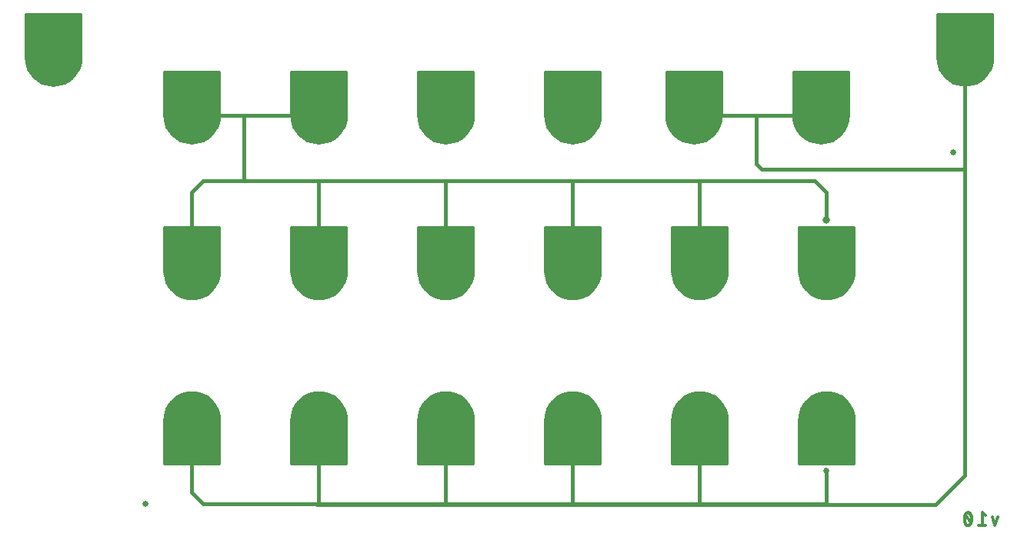
<source format=gbl>
G75*
%MOIN*%
%OFA0B0*%
%FSLAX25Y25*%
%IPPOS*%
%LPD*%
%AMOC8*
5,1,8,0,0,1.08239X$1,22.5*
%
%ADD10C,0.01400*%
%ADD11C,0.20000*%
%ADD12C,0.01000*%
%ADD13C,0.02500*%
%ADD14C,0.01600*%
%ADD15C,0.03200*%
%ADD16C,0.02700*%
D10*
X0446202Y0030228D02*
X0446258Y0030346D01*
X0446310Y0030466D01*
X0446359Y0030587D01*
X0446405Y0030710D01*
X0446446Y0030834D01*
X0446485Y0030959D01*
X0446520Y0031085D01*
X0446551Y0031212D01*
X0446578Y0031340D01*
X0446602Y0031469D01*
X0446623Y0031598D01*
X0446639Y0031728D01*
X0446652Y0031858D01*
X0446662Y0031988D01*
X0446667Y0032119D01*
X0446669Y0032250D01*
X0443557Y0032250D02*
X0443559Y0032381D01*
X0443564Y0032512D01*
X0443574Y0032642D01*
X0443587Y0032772D01*
X0443603Y0032902D01*
X0443624Y0033031D01*
X0443648Y0033160D01*
X0443675Y0033288D01*
X0443706Y0033415D01*
X0443741Y0033541D01*
X0443780Y0033666D01*
X0443821Y0033790D01*
X0443867Y0033913D01*
X0443916Y0034034D01*
X0443968Y0034154D01*
X0444024Y0034272D01*
X0443868Y0033806D02*
X0446357Y0030694D01*
X0445113Y0029450D02*
X0445048Y0029452D01*
X0444983Y0029457D01*
X0444919Y0029466D01*
X0444856Y0029479D01*
X0444793Y0029495D01*
X0444731Y0029515D01*
X0444670Y0029538D01*
X0444611Y0029565D01*
X0444554Y0029595D01*
X0444498Y0029628D01*
X0444444Y0029664D01*
X0444392Y0029704D01*
X0444343Y0029746D01*
X0444296Y0029790D01*
X0444251Y0029838D01*
X0444210Y0029887D01*
X0444171Y0029940D01*
X0444135Y0029994D01*
X0444103Y0030050D01*
X0444073Y0030108D01*
X0444047Y0030167D01*
X0444024Y0030228D01*
X0445113Y0029450D02*
X0445178Y0029452D01*
X0445243Y0029457D01*
X0445307Y0029466D01*
X0445370Y0029479D01*
X0445433Y0029495D01*
X0445495Y0029515D01*
X0445556Y0029538D01*
X0445615Y0029565D01*
X0445672Y0029595D01*
X0445728Y0029628D01*
X0445782Y0029664D01*
X0445834Y0029704D01*
X0445883Y0029746D01*
X0445930Y0029790D01*
X0445975Y0029838D01*
X0446016Y0029887D01*
X0446055Y0029940D01*
X0446091Y0029994D01*
X0446123Y0030050D01*
X0446153Y0030108D01*
X0446179Y0030167D01*
X0446202Y0030228D01*
X0444024Y0030228D02*
X0443968Y0030346D01*
X0443916Y0030466D01*
X0443867Y0030587D01*
X0443821Y0030710D01*
X0443780Y0030834D01*
X0443741Y0030959D01*
X0443706Y0031085D01*
X0443675Y0031212D01*
X0443648Y0031340D01*
X0443624Y0031469D01*
X0443603Y0031598D01*
X0443587Y0031728D01*
X0443574Y0031858D01*
X0443564Y0031988D01*
X0443559Y0032119D01*
X0443557Y0032250D01*
X0446669Y0032250D02*
X0446667Y0032381D01*
X0446662Y0032512D01*
X0446652Y0032642D01*
X0446639Y0032772D01*
X0446623Y0032902D01*
X0446602Y0033031D01*
X0446578Y0033160D01*
X0446551Y0033288D01*
X0446520Y0033415D01*
X0446485Y0033541D01*
X0446446Y0033666D01*
X0446405Y0033790D01*
X0446359Y0033913D01*
X0446310Y0034034D01*
X0446258Y0034154D01*
X0446202Y0034272D01*
X0445113Y0035050D02*
X0445048Y0035048D01*
X0444983Y0035043D01*
X0444919Y0035034D01*
X0444856Y0035021D01*
X0444793Y0035005D01*
X0444731Y0034985D01*
X0444670Y0034962D01*
X0444611Y0034935D01*
X0444554Y0034905D01*
X0444498Y0034872D01*
X0444444Y0034836D01*
X0444392Y0034796D01*
X0444343Y0034754D01*
X0444296Y0034710D01*
X0444251Y0034662D01*
X0444210Y0034613D01*
X0444171Y0034560D01*
X0444135Y0034506D01*
X0444103Y0034450D01*
X0444073Y0034392D01*
X0444047Y0034333D01*
X0444024Y0034272D01*
X0445113Y0035050D02*
X0445178Y0035048D01*
X0445243Y0035043D01*
X0445307Y0035034D01*
X0445370Y0035021D01*
X0445433Y0035005D01*
X0445495Y0034985D01*
X0445556Y0034961D01*
X0445615Y0034935D01*
X0445672Y0034905D01*
X0445728Y0034872D01*
X0445782Y0034836D01*
X0445834Y0034796D01*
X0445883Y0034754D01*
X0445930Y0034710D01*
X0445975Y0034662D01*
X0446016Y0034613D01*
X0446055Y0034560D01*
X0446091Y0034506D01*
X0446123Y0034450D01*
X0446153Y0034392D01*
X0446179Y0034333D01*
X0446202Y0034272D01*
X0451267Y0035050D02*
X0451267Y0029450D01*
X0452823Y0029450D02*
X0449711Y0029450D01*
X0452823Y0033806D02*
X0451267Y0035050D01*
X0455561Y0033183D02*
X0456806Y0029450D01*
X0458050Y0033183D01*
D11*
X0383750Y0075250D03*
X0328750Y0075250D03*
X0273750Y0075250D03*
X0218750Y0075250D03*
X0163750Y0075250D03*
X0108750Y0075250D03*
X0108750Y0139750D03*
X0163750Y0139750D03*
X0218750Y0139750D03*
X0273750Y0139750D03*
X0328750Y0139750D03*
X0383750Y0139750D03*
X0381250Y0207250D03*
X0326250Y0207250D03*
X0273750Y0207250D03*
X0218750Y0207250D03*
X0163750Y0207250D03*
X0108750Y0207250D03*
X0048750Y0232250D03*
X0443750Y0232250D03*
D12*
X0431807Y0231448D02*
X0455693Y0231448D01*
X0455750Y0232250D02*
X0455628Y0230542D01*
X0455264Y0228869D01*
X0454666Y0227265D01*
X0453845Y0225762D01*
X0452819Y0224392D01*
X0451608Y0223181D01*
X0450238Y0222155D01*
X0448735Y0221334D01*
X0447131Y0220736D01*
X0445458Y0220372D01*
X0443750Y0220250D01*
X0442042Y0220372D01*
X0440369Y0220736D01*
X0438765Y0221334D01*
X0437262Y0222155D01*
X0435892Y0223181D01*
X0434681Y0224392D01*
X0433655Y0225762D01*
X0432834Y0227265D01*
X0432236Y0228869D01*
X0431872Y0230542D01*
X0431750Y0232250D01*
X0431750Y0251250D01*
X0455750Y0251250D01*
X0455750Y0232250D01*
X0455750Y0232446D02*
X0431750Y0232446D01*
X0431750Y0233445D02*
X0455750Y0233445D01*
X0455750Y0234443D02*
X0431750Y0234443D01*
X0431750Y0235442D02*
X0455750Y0235442D01*
X0455750Y0236440D02*
X0431750Y0236440D01*
X0431750Y0237439D02*
X0455750Y0237439D01*
X0455750Y0238437D02*
X0431750Y0238437D01*
X0431750Y0239436D02*
X0455750Y0239436D01*
X0455750Y0240434D02*
X0431750Y0240434D01*
X0431750Y0241433D02*
X0455750Y0241433D01*
X0455750Y0242431D02*
X0431750Y0242431D01*
X0431750Y0243430D02*
X0455750Y0243430D01*
X0455750Y0244428D02*
X0431750Y0244428D01*
X0431750Y0245427D02*
X0455750Y0245427D01*
X0455750Y0246425D02*
X0431750Y0246425D01*
X0431750Y0247424D02*
X0455750Y0247424D01*
X0455750Y0248422D02*
X0431750Y0248422D01*
X0431750Y0249421D02*
X0455750Y0249421D01*
X0455750Y0250420D02*
X0431750Y0250420D01*
X0431892Y0230449D02*
X0455608Y0230449D01*
X0455390Y0229451D02*
X0432110Y0229451D01*
X0432392Y0228452D02*
X0455108Y0228452D01*
X0454736Y0227454D02*
X0432764Y0227454D01*
X0433277Y0226455D02*
X0454223Y0226455D01*
X0453616Y0225457D02*
X0433884Y0225457D01*
X0434631Y0224458D02*
X0452869Y0224458D01*
X0451887Y0223460D02*
X0435613Y0223460D01*
X0436853Y0222461D02*
X0450647Y0222461D01*
X0448970Y0221463D02*
X0438530Y0221463D01*
X0441619Y0220464D02*
X0445881Y0220464D01*
X0393250Y0220464D02*
X0369250Y0220464D01*
X0369250Y0219466D02*
X0393250Y0219466D01*
X0393250Y0218467D02*
X0369250Y0218467D01*
X0369250Y0217469D02*
X0393250Y0217469D01*
X0393250Y0216470D02*
X0369250Y0216470D01*
X0369250Y0215472D02*
X0393250Y0215472D01*
X0393250Y0214473D02*
X0369250Y0214473D01*
X0369250Y0213475D02*
X0393250Y0213475D01*
X0393250Y0212476D02*
X0369250Y0212476D01*
X0369250Y0211478D02*
X0393250Y0211478D01*
X0393250Y0210479D02*
X0369250Y0210479D01*
X0369250Y0209481D02*
X0393250Y0209481D01*
X0393250Y0208482D02*
X0369250Y0208482D01*
X0369250Y0207484D02*
X0393250Y0207484D01*
X0393250Y0207250D02*
X0393250Y0226250D01*
X0369250Y0226250D01*
X0369250Y0207250D01*
X0369372Y0205542D01*
X0369736Y0203869D01*
X0370334Y0202265D01*
X0371155Y0200762D01*
X0372181Y0199392D01*
X0373392Y0198181D01*
X0374762Y0197155D01*
X0376265Y0196334D01*
X0377869Y0195736D01*
X0379542Y0195372D01*
X0381250Y0195250D01*
X0382958Y0195372D01*
X0384631Y0195736D01*
X0386235Y0196334D01*
X0387738Y0197155D01*
X0389108Y0198181D01*
X0390319Y0199392D01*
X0391345Y0200762D01*
X0392166Y0202265D01*
X0392764Y0203869D01*
X0393128Y0205542D01*
X0393250Y0207250D01*
X0393195Y0206485D02*
X0369305Y0206485D01*
X0369384Y0205487D02*
X0393116Y0205487D01*
X0392899Y0204488D02*
X0369601Y0204488D01*
X0369878Y0203489D02*
X0392622Y0203489D01*
X0392250Y0202491D02*
X0370250Y0202491D01*
X0370756Y0201492D02*
X0391744Y0201492D01*
X0391144Y0200494D02*
X0371356Y0200494D01*
X0372103Y0199495D02*
X0390397Y0199495D01*
X0389424Y0198497D02*
X0373076Y0198497D01*
X0374304Y0197498D02*
X0388196Y0197498D01*
X0386538Y0196500D02*
X0375962Y0196500D01*
X0378948Y0195501D02*
X0383552Y0195501D01*
X0393250Y0221463D02*
X0369250Y0221463D01*
X0369250Y0222461D02*
X0393250Y0222461D01*
X0393250Y0223460D02*
X0369250Y0223460D01*
X0369250Y0224458D02*
X0393250Y0224458D01*
X0393250Y0225457D02*
X0369250Y0225457D01*
X0338250Y0225457D02*
X0314250Y0225457D01*
X0314250Y0226250D02*
X0314250Y0207250D01*
X0314372Y0205542D01*
X0314736Y0203869D01*
X0315334Y0202265D01*
X0316155Y0200762D01*
X0317181Y0199392D01*
X0318392Y0198181D01*
X0319762Y0197155D01*
X0321265Y0196334D01*
X0322869Y0195736D01*
X0324542Y0195372D01*
X0326250Y0195250D01*
X0327958Y0195372D01*
X0329631Y0195736D01*
X0331235Y0196334D01*
X0332738Y0197155D01*
X0334108Y0198181D01*
X0335319Y0199392D01*
X0336345Y0200762D01*
X0337166Y0202265D01*
X0337764Y0203869D01*
X0338128Y0205542D01*
X0338250Y0207250D01*
X0338250Y0226250D01*
X0314250Y0226250D01*
X0314250Y0224458D02*
X0338250Y0224458D01*
X0338250Y0223460D02*
X0314250Y0223460D01*
X0314250Y0222461D02*
X0338250Y0222461D01*
X0338250Y0221463D02*
X0314250Y0221463D01*
X0314250Y0220464D02*
X0338250Y0220464D01*
X0338250Y0219466D02*
X0314250Y0219466D01*
X0314250Y0218467D02*
X0338250Y0218467D01*
X0338250Y0217469D02*
X0314250Y0217469D01*
X0314250Y0216470D02*
X0338250Y0216470D01*
X0338250Y0215472D02*
X0314250Y0215472D01*
X0314250Y0214473D02*
X0338250Y0214473D01*
X0338250Y0213475D02*
X0314250Y0213475D01*
X0314250Y0212476D02*
X0338250Y0212476D01*
X0338250Y0211478D02*
X0314250Y0211478D01*
X0314250Y0210479D02*
X0338250Y0210479D01*
X0338250Y0209481D02*
X0314250Y0209481D01*
X0314250Y0208482D02*
X0338250Y0208482D01*
X0338250Y0207484D02*
X0314250Y0207484D01*
X0314305Y0206485D02*
X0338195Y0206485D01*
X0338116Y0205487D02*
X0314384Y0205487D01*
X0314601Y0204488D02*
X0337899Y0204488D01*
X0337622Y0203489D02*
X0314878Y0203489D01*
X0315250Y0202491D02*
X0337250Y0202491D01*
X0336744Y0201492D02*
X0315756Y0201492D01*
X0316356Y0200494D02*
X0336144Y0200494D01*
X0335397Y0199495D02*
X0317103Y0199495D01*
X0318076Y0198497D02*
X0334424Y0198497D01*
X0333196Y0197498D02*
X0319304Y0197498D01*
X0320962Y0196500D02*
X0331538Y0196500D01*
X0328552Y0195501D02*
X0323948Y0195501D01*
X0285264Y0203869D02*
X0284666Y0202265D01*
X0283845Y0200762D01*
X0282819Y0199392D01*
X0281608Y0198181D01*
X0280238Y0197155D01*
X0278735Y0196334D01*
X0277131Y0195736D01*
X0275458Y0195372D01*
X0273750Y0195250D01*
X0272042Y0195372D01*
X0270369Y0195736D01*
X0268765Y0196334D01*
X0267262Y0197155D01*
X0265892Y0198181D01*
X0264681Y0199392D01*
X0263655Y0200762D01*
X0262834Y0202265D01*
X0262236Y0203869D01*
X0261872Y0205542D01*
X0261750Y0207250D01*
X0261750Y0226250D01*
X0285750Y0226250D01*
X0285750Y0207250D01*
X0285628Y0205542D01*
X0285264Y0203869D01*
X0285122Y0203489D02*
X0262378Y0203489D01*
X0262101Y0204488D02*
X0285399Y0204488D01*
X0285616Y0205487D02*
X0261884Y0205487D01*
X0261805Y0206485D02*
X0285695Y0206485D01*
X0285750Y0207484D02*
X0261750Y0207484D01*
X0261750Y0208482D02*
X0285750Y0208482D01*
X0285750Y0209481D02*
X0261750Y0209481D01*
X0261750Y0210479D02*
X0285750Y0210479D01*
X0285750Y0211478D02*
X0261750Y0211478D01*
X0261750Y0212476D02*
X0285750Y0212476D01*
X0285750Y0213475D02*
X0261750Y0213475D01*
X0261750Y0214473D02*
X0285750Y0214473D01*
X0285750Y0215472D02*
X0261750Y0215472D01*
X0261750Y0216470D02*
X0285750Y0216470D01*
X0285750Y0217469D02*
X0261750Y0217469D01*
X0261750Y0218467D02*
X0285750Y0218467D01*
X0285750Y0219466D02*
X0261750Y0219466D01*
X0261750Y0220464D02*
X0285750Y0220464D01*
X0285750Y0221463D02*
X0261750Y0221463D01*
X0261750Y0222461D02*
X0285750Y0222461D01*
X0285750Y0223460D02*
X0261750Y0223460D01*
X0261750Y0224458D02*
X0285750Y0224458D01*
X0285750Y0225457D02*
X0261750Y0225457D01*
X0230750Y0225457D02*
X0206750Y0225457D01*
X0206750Y0226250D02*
X0206750Y0207250D01*
X0206872Y0205542D01*
X0207236Y0203869D01*
X0207834Y0202265D01*
X0208655Y0200762D01*
X0209681Y0199392D01*
X0210892Y0198181D01*
X0212262Y0197155D01*
X0213765Y0196334D01*
X0215369Y0195736D01*
X0217042Y0195372D01*
X0218750Y0195250D01*
X0220458Y0195372D01*
X0222131Y0195736D01*
X0223735Y0196334D01*
X0225238Y0197155D01*
X0226608Y0198181D01*
X0227819Y0199392D01*
X0228845Y0200762D01*
X0229666Y0202265D01*
X0230264Y0203869D01*
X0230628Y0205542D01*
X0230750Y0207250D01*
X0230750Y0226250D01*
X0206750Y0226250D01*
X0206750Y0224458D02*
X0230750Y0224458D01*
X0230750Y0223460D02*
X0206750Y0223460D01*
X0206750Y0222461D02*
X0230750Y0222461D01*
X0230750Y0221463D02*
X0206750Y0221463D01*
X0206750Y0220464D02*
X0230750Y0220464D01*
X0230750Y0219466D02*
X0206750Y0219466D01*
X0206750Y0218467D02*
X0230750Y0218467D01*
X0230750Y0217469D02*
X0206750Y0217469D01*
X0206750Y0216470D02*
X0230750Y0216470D01*
X0230750Y0215472D02*
X0206750Y0215472D01*
X0206750Y0214473D02*
X0230750Y0214473D01*
X0230750Y0213475D02*
X0206750Y0213475D01*
X0206750Y0212476D02*
X0230750Y0212476D01*
X0230750Y0211478D02*
X0206750Y0211478D01*
X0206750Y0210479D02*
X0230750Y0210479D01*
X0230750Y0209481D02*
X0206750Y0209481D01*
X0206750Y0208482D02*
X0230750Y0208482D01*
X0230750Y0207484D02*
X0206750Y0207484D01*
X0206805Y0206485D02*
X0230695Y0206485D01*
X0230616Y0205487D02*
X0206884Y0205487D01*
X0207101Y0204488D02*
X0230399Y0204488D01*
X0230122Y0203489D02*
X0207378Y0203489D01*
X0207750Y0202491D02*
X0229750Y0202491D01*
X0229244Y0201492D02*
X0208256Y0201492D01*
X0208856Y0200494D02*
X0228644Y0200494D01*
X0227897Y0199495D02*
X0209603Y0199495D01*
X0210576Y0198497D02*
X0226924Y0198497D01*
X0225696Y0197498D02*
X0211804Y0197498D01*
X0213462Y0196500D02*
X0224038Y0196500D01*
X0221052Y0195501D02*
X0216448Y0195501D01*
X0175628Y0205542D02*
X0175750Y0207250D01*
X0175750Y0226250D01*
X0151750Y0226250D01*
X0151750Y0207250D01*
X0151872Y0205542D01*
X0152236Y0203869D01*
X0152834Y0202265D01*
X0153655Y0200762D01*
X0154681Y0199392D01*
X0155892Y0198181D01*
X0157262Y0197155D01*
X0158765Y0196334D01*
X0160369Y0195736D01*
X0162042Y0195372D01*
X0163750Y0195250D01*
X0165458Y0195372D01*
X0167131Y0195736D01*
X0168735Y0196334D01*
X0170238Y0197155D01*
X0171608Y0198181D01*
X0172819Y0199392D01*
X0173845Y0200762D01*
X0174666Y0202265D01*
X0175264Y0203869D01*
X0175628Y0205542D01*
X0175616Y0205487D02*
X0151884Y0205487D01*
X0151805Y0206485D02*
X0175695Y0206485D01*
X0175750Y0207484D02*
X0151750Y0207484D01*
X0151750Y0208482D02*
X0175750Y0208482D01*
X0175750Y0209481D02*
X0151750Y0209481D01*
X0151750Y0210479D02*
X0175750Y0210479D01*
X0175750Y0211478D02*
X0151750Y0211478D01*
X0151750Y0212476D02*
X0175750Y0212476D01*
X0175750Y0213475D02*
X0151750Y0213475D01*
X0151750Y0214473D02*
X0175750Y0214473D01*
X0175750Y0215472D02*
X0151750Y0215472D01*
X0151750Y0216470D02*
X0175750Y0216470D01*
X0175750Y0217469D02*
X0151750Y0217469D01*
X0151750Y0218467D02*
X0175750Y0218467D01*
X0175750Y0219466D02*
X0151750Y0219466D01*
X0151750Y0220464D02*
X0175750Y0220464D01*
X0175750Y0221463D02*
X0151750Y0221463D01*
X0151750Y0222461D02*
X0175750Y0222461D01*
X0175750Y0223460D02*
X0151750Y0223460D01*
X0151750Y0224458D02*
X0175750Y0224458D01*
X0175750Y0225457D02*
X0151750Y0225457D01*
X0120750Y0225457D02*
X0096750Y0225457D01*
X0096750Y0226250D02*
X0096750Y0207250D01*
X0096872Y0205542D01*
X0097236Y0203869D01*
X0097834Y0202265D01*
X0098655Y0200762D01*
X0099681Y0199392D01*
X0100892Y0198181D01*
X0102262Y0197155D01*
X0103765Y0196334D01*
X0105369Y0195736D01*
X0107042Y0195372D01*
X0108750Y0195250D01*
X0110458Y0195372D01*
X0112131Y0195736D01*
X0113735Y0196334D01*
X0115238Y0197155D01*
X0116608Y0198181D01*
X0117819Y0199392D01*
X0118845Y0200762D01*
X0119666Y0202265D01*
X0120264Y0203869D01*
X0120628Y0205542D01*
X0120750Y0207250D01*
X0120750Y0226250D01*
X0096750Y0226250D01*
X0096750Y0224458D02*
X0120750Y0224458D01*
X0120750Y0223460D02*
X0096750Y0223460D01*
X0096750Y0222461D02*
X0120750Y0222461D01*
X0120750Y0221463D02*
X0096750Y0221463D01*
X0096750Y0220464D02*
X0120750Y0220464D01*
X0120750Y0219466D02*
X0096750Y0219466D01*
X0096750Y0218467D02*
X0120750Y0218467D01*
X0120750Y0217469D02*
X0096750Y0217469D01*
X0096750Y0216470D02*
X0120750Y0216470D01*
X0120750Y0215472D02*
X0096750Y0215472D01*
X0096750Y0214473D02*
X0120750Y0214473D01*
X0120750Y0213475D02*
X0096750Y0213475D01*
X0096750Y0212476D02*
X0120750Y0212476D01*
X0120750Y0211478D02*
X0096750Y0211478D01*
X0096750Y0210479D02*
X0120750Y0210479D01*
X0120750Y0209481D02*
X0096750Y0209481D01*
X0096750Y0208482D02*
X0120750Y0208482D01*
X0120750Y0207484D02*
X0096750Y0207484D01*
X0096805Y0206485D02*
X0120695Y0206485D01*
X0120616Y0205487D02*
X0096884Y0205487D01*
X0097101Y0204488D02*
X0120399Y0204488D01*
X0120122Y0203489D02*
X0097378Y0203489D01*
X0097750Y0202491D02*
X0119750Y0202491D01*
X0119244Y0201492D02*
X0098256Y0201492D01*
X0098856Y0200494D02*
X0118644Y0200494D01*
X0117897Y0199495D02*
X0099603Y0199495D01*
X0100576Y0198497D02*
X0116924Y0198497D01*
X0115696Y0197498D02*
X0101804Y0197498D01*
X0103462Y0196500D02*
X0114038Y0196500D01*
X0111052Y0195501D02*
X0106448Y0195501D01*
X0152101Y0204488D02*
X0175399Y0204488D01*
X0175122Y0203489D02*
X0152378Y0203489D01*
X0152750Y0202491D02*
X0174750Y0202491D01*
X0174244Y0201492D02*
X0153256Y0201492D01*
X0153856Y0200494D02*
X0173644Y0200494D01*
X0172897Y0199495D02*
X0154603Y0199495D01*
X0155576Y0198497D02*
X0171924Y0198497D01*
X0170696Y0197498D02*
X0156804Y0197498D01*
X0158462Y0196500D02*
X0169038Y0196500D01*
X0166052Y0195501D02*
X0161448Y0195501D01*
X0151750Y0158750D02*
X0151750Y0139750D01*
X0151872Y0138042D01*
X0152236Y0136369D01*
X0152834Y0134765D01*
X0153655Y0133262D01*
X0154681Y0131892D01*
X0155892Y0130681D01*
X0157262Y0129655D01*
X0158765Y0128834D01*
X0160369Y0128236D01*
X0162042Y0127872D01*
X0163750Y0127750D01*
X0165458Y0127872D01*
X0167131Y0128236D01*
X0168735Y0128834D01*
X0170238Y0129655D01*
X0171608Y0130681D01*
X0172819Y0131892D01*
X0173845Y0133262D01*
X0174666Y0134765D01*
X0175264Y0136369D01*
X0175628Y0138042D01*
X0175750Y0139750D01*
X0175750Y0158750D01*
X0151750Y0158750D01*
X0151750Y0158556D02*
X0175750Y0158556D01*
X0175750Y0157558D02*
X0151750Y0157558D01*
X0151750Y0156559D02*
X0175750Y0156559D01*
X0175750Y0155561D02*
X0151750Y0155561D01*
X0151750Y0154562D02*
X0175750Y0154562D01*
X0175750Y0153564D02*
X0151750Y0153564D01*
X0151750Y0152565D02*
X0175750Y0152565D01*
X0175750Y0151567D02*
X0151750Y0151567D01*
X0151750Y0150568D02*
X0175750Y0150568D01*
X0175750Y0149570D02*
X0151750Y0149570D01*
X0151750Y0148571D02*
X0175750Y0148571D01*
X0175750Y0147573D02*
X0151750Y0147573D01*
X0151750Y0146574D02*
X0175750Y0146574D01*
X0175750Y0145576D02*
X0151750Y0145576D01*
X0151750Y0144577D02*
X0175750Y0144577D01*
X0175750Y0143579D02*
X0151750Y0143579D01*
X0151750Y0142580D02*
X0175750Y0142580D01*
X0175750Y0141582D02*
X0151750Y0141582D01*
X0151750Y0140583D02*
X0175750Y0140583D01*
X0175738Y0139585D02*
X0151762Y0139585D01*
X0151833Y0138586D02*
X0175667Y0138586D01*
X0175529Y0137588D02*
X0151971Y0137588D01*
X0152188Y0136589D02*
X0175312Y0136589D01*
X0174974Y0135591D02*
X0152526Y0135591D01*
X0152929Y0134592D02*
X0174571Y0134592D01*
X0174026Y0133594D02*
X0153474Y0133594D01*
X0154154Y0132595D02*
X0173346Y0132595D01*
X0172524Y0131597D02*
X0154976Y0131597D01*
X0156002Y0130598D02*
X0171498Y0130598D01*
X0170136Y0129600D02*
X0157364Y0129600D01*
X0159390Y0128601D02*
X0168110Y0128601D01*
X0207188Y0136589D02*
X0230312Y0136589D01*
X0230264Y0136369D02*
X0230628Y0138042D01*
X0230750Y0139750D01*
X0230750Y0158750D01*
X0206750Y0158750D01*
X0206750Y0139750D01*
X0206872Y0138042D01*
X0207236Y0136369D01*
X0207834Y0134765D01*
X0208655Y0133262D01*
X0209681Y0131892D01*
X0210892Y0130681D01*
X0212262Y0129655D01*
X0213765Y0128834D01*
X0215369Y0128236D01*
X0217042Y0127872D01*
X0218750Y0127750D01*
X0220458Y0127872D01*
X0222131Y0128236D01*
X0223735Y0128834D01*
X0225238Y0129655D01*
X0226608Y0130681D01*
X0227819Y0131892D01*
X0228845Y0133262D01*
X0229666Y0134765D01*
X0230264Y0136369D01*
X0229974Y0135591D02*
X0207526Y0135591D01*
X0207929Y0134592D02*
X0229571Y0134592D01*
X0229026Y0133594D02*
X0208474Y0133594D01*
X0209154Y0132595D02*
X0228346Y0132595D01*
X0227524Y0131597D02*
X0209976Y0131597D01*
X0211002Y0130598D02*
X0226498Y0130598D01*
X0225136Y0129600D02*
X0212364Y0129600D01*
X0214390Y0128601D02*
X0223110Y0128601D01*
X0230529Y0137588D02*
X0206971Y0137588D01*
X0206833Y0138586D02*
X0230667Y0138586D01*
X0230738Y0139585D02*
X0206762Y0139585D01*
X0206750Y0140583D02*
X0230750Y0140583D01*
X0230750Y0141582D02*
X0206750Y0141582D01*
X0206750Y0142580D02*
X0230750Y0142580D01*
X0230750Y0143579D02*
X0206750Y0143579D01*
X0206750Y0144577D02*
X0230750Y0144577D01*
X0230750Y0145576D02*
X0206750Y0145576D01*
X0206750Y0146574D02*
X0230750Y0146574D01*
X0230750Y0147573D02*
X0206750Y0147573D01*
X0206750Y0148571D02*
X0230750Y0148571D01*
X0230750Y0149570D02*
X0206750Y0149570D01*
X0206750Y0150568D02*
X0230750Y0150568D01*
X0230750Y0151567D02*
X0206750Y0151567D01*
X0206750Y0152565D02*
X0230750Y0152565D01*
X0230750Y0153564D02*
X0206750Y0153564D01*
X0206750Y0154562D02*
X0230750Y0154562D01*
X0230750Y0155561D02*
X0206750Y0155561D01*
X0206750Y0156559D02*
X0230750Y0156559D01*
X0230750Y0157558D02*
X0206750Y0157558D01*
X0206750Y0158556D02*
X0230750Y0158556D01*
X0261750Y0158556D02*
X0285750Y0158556D01*
X0285750Y0158750D02*
X0261750Y0158750D01*
X0261750Y0139750D01*
X0261872Y0138042D01*
X0262236Y0136369D01*
X0262834Y0134765D01*
X0263655Y0133262D01*
X0264681Y0131892D01*
X0265892Y0130681D01*
X0267262Y0129655D01*
X0268765Y0128834D01*
X0270369Y0128236D01*
X0272042Y0127872D01*
X0273750Y0127750D01*
X0275458Y0127872D01*
X0277131Y0128236D01*
X0278735Y0128834D01*
X0280238Y0129655D01*
X0281608Y0130681D01*
X0282819Y0131892D01*
X0283845Y0133262D01*
X0284666Y0134765D01*
X0285264Y0136369D01*
X0285628Y0138042D01*
X0285750Y0139750D01*
X0285750Y0158750D01*
X0285750Y0157558D02*
X0261750Y0157558D01*
X0261750Y0156559D02*
X0285750Y0156559D01*
X0285750Y0155561D02*
X0261750Y0155561D01*
X0261750Y0154562D02*
X0285750Y0154562D01*
X0285750Y0153564D02*
X0261750Y0153564D01*
X0261750Y0152565D02*
X0285750Y0152565D01*
X0285750Y0151567D02*
X0261750Y0151567D01*
X0261750Y0150568D02*
X0285750Y0150568D01*
X0285750Y0149570D02*
X0261750Y0149570D01*
X0261750Y0148571D02*
X0285750Y0148571D01*
X0285750Y0147573D02*
X0261750Y0147573D01*
X0261750Y0146574D02*
X0285750Y0146574D01*
X0285750Y0145576D02*
X0261750Y0145576D01*
X0261750Y0144577D02*
X0285750Y0144577D01*
X0285750Y0143579D02*
X0261750Y0143579D01*
X0261750Y0142580D02*
X0285750Y0142580D01*
X0285750Y0141582D02*
X0261750Y0141582D01*
X0261750Y0140583D02*
X0285750Y0140583D01*
X0285738Y0139585D02*
X0261762Y0139585D01*
X0261833Y0138586D02*
X0285667Y0138586D01*
X0285529Y0137588D02*
X0261971Y0137588D01*
X0262188Y0136589D02*
X0285312Y0136589D01*
X0284974Y0135591D02*
X0262526Y0135591D01*
X0262929Y0134592D02*
X0284571Y0134592D01*
X0284026Y0133594D02*
X0263474Y0133594D01*
X0264154Y0132595D02*
X0283346Y0132595D01*
X0282524Y0131597D02*
X0264976Y0131597D01*
X0266002Y0130598D02*
X0281498Y0130598D01*
X0280136Y0129600D02*
X0267364Y0129600D01*
X0269390Y0128601D02*
X0278110Y0128601D01*
X0317188Y0136589D02*
X0340312Y0136589D01*
X0340264Y0136369D02*
X0340628Y0138042D01*
X0340750Y0139750D01*
X0340750Y0158750D01*
X0316750Y0158750D01*
X0316750Y0139750D01*
X0316872Y0138042D01*
X0317236Y0136369D01*
X0317834Y0134765D01*
X0318655Y0133262D01*
X0319681Y0131892D01*
X0320892Y0130681D01*
X0322262Y0129655D01*
X0323765Y0128834D01*
X0325369Y0128236D01*
X0327042Y0127872D01*
X0328750Y0127750D01*
X0330458Y0127872D01*
X0332131Y0128236D01*
X0333735Y0128834D01*
X0335238Y0129655D01*
X0336608Y0130681D01*
X0337819Y0131892D01*
X0338845Y0133262D01*
X0339666Y0134765D01*
X0340264Y0136369D01*
X0339974Y0135591D02*
X0317526Y0135591D01*
X0317929Y0134592D02*
X0339571Y0134592D01*
X0339026Y0133594D02*
X0318474Y0133594D01*
X0319154Y0132595D02*
X0338346Y0132595D01*
X0337524Y0131597D02*
X0319976Y0131597D01*
X0321002Y0130598D02*
X0336498Y0130598D01*
X0335136Y0129600D02*
X0322364Y0129600D01*
X0324390Y0128601D02*
X0333110Y0128601D01*
X0340529Y0137588D02*
X0316971Y0137588D01*
X0316833Y0138586D02*
X0340667Y0138586D01*
X0340738Y0139585D02*
X0316762Y0139585D01*
X0316750Y0140583D02*
X0340750Y0140583D01*
X0340750Y0141582D02*
X0316750Y0141582D01*
X0316750Y0142580D02*
X0340750Y0142580D01*
X0340750Y0143579D02*
X0316750Y0143579D01*
X0316750Y0144577D02*
X0340750Y0144577D01*
X0340750Y0145576D02*
X0316750Y0145576D01*
X0316750Y0146574D02*
X0340750Y0146574D01*
X0340750Y0147573D02*
X0316750Y0147573D01*
X0316750Y0148571D02*
X0340750Y0148571D01*
X0340750Y0149570D02*
X0316750Y0149570D01*
X0316750Y0150568D02*
X0340750Y0150568D01*
X0340750Y0151567D02*
X0316750Y0151567D01*
X0316750Y0152565D02*
X0340750Y0152565D01*
X0340750Y0153564D02*
X0316750Y0153564D01*
X0316750Y0154562D02*
X0340750Y0154562D01*
X0340750Y0155561D02*
X0316750Y0155561D01*
X0316750Y0156559D02*
X0340750Y0156559D01*
X0340750Y0157558D02*
X0316750Y0157558D01*
X0316750Y0158556D02*
X0340750Y0158556D01*
X0371750Y0158556D02*
X0395750Y0158556D01*
X0395750Y0158750D02*
X0371750Y0158750D01*
X0371750Y0139750D01*
X0371872Y0138042D01*
X0372236Y0136369D01*
X0372834Y0134765D01*
X0373655Y0133262D01*
X0374681Y0131892D01*
X0375892Y0130681D01*
X0377262Y0129655D01*
X0378765Y0128834D01*
X0380369Y0128236D01*
X0382042Y0127872D01*
X0383750Y0127750D01*
X0385458Y0127872D01*
X0387131Y0128236D01*
X0388735Y0128834D01*
X0390238Y0129655D01*
X0391608Y0130681D01*
X0392819Y0131892D01*
X0393845Y0133262D01*
X0394666Y0134765D01*
X0395264Y0136369D01*
X0395628Y0138042D01*
X0395750Y0139750D01*
X0395750Y0158750D01*
X0395750Y0157558D02*
X0371750Y0157558D01*
X0371750Y0156559D02*
X0395750Y0156559D01*
X0395750Y0155561D02*
X0371750Y0155561D01*
X0371750Y0154562D02*
X0395750Y0154562D01*
X0395750Y0153564D02*
X0371750Y0153564D01*
X0371750Y0152565D02*
X0395750Y0152565D01*
X0395750Y0151567D02*
X0371750Y0151567D01*
X0371750Y0150568D02*
X0395750Y0150568D01*
X0395750Y0149570D02*
X0371750Y0149570D01*
X0371750Y0148571D02*
X0395750Y0148571D01*
X0395750Y0147573D02*
X0371750Y0147573D01*
X0371750Y0146574D02*
X0395750Y0146574D01*
X0395750Y0145576D02*
X0371750Y0145576D01*
X0371750Y0144577D02*
X0395750Y0144577D01*
X0395750Y0143579D02*
X0371750Y0143579D01*
X0371750Y0142580D02*
X0395750Y0142580D01*
X0395750Y0141582D02*
X0371750Y0141582D01*
X0371750Y0140583D02*
X0395750Y0140583D01*
X0395738Y0139585D02*
X0371762Y0139585D01*
X0371833Y0138586D02*
X0395667Y0138586D01*
X0395529Y0137588D02*
X0371971Y0137588D01*
X0372188Y0136589D02*
X0395312Y0136589D01*
X0394974Y0135591D02*
X0372526Y0135591D01*
X0372929Y0134592D02*
X0394571Y0134592D01*
X0394026Y0133594D02*
X0373474Y0133594D01*
X0374154Y0132595D02*
X0393346Y0132595D01*
X0392524Y0131597D02*
X0374976Y0131597D01*
X0376002Y0130598D02*
X0391498Y0130598D01*
X0390136Y0129600D02*
X0377364Y0129600D01*
X0379390Y0128601D02*
X0388110Y0128601D01*
X0385458Y0087128D02*
X0383750Y0087250D01*
X0382042Y0087128D01*
X0380369Y0086764D01*
X0378765Y0086166D01*
X0377262Y0085345D01*
X0375892Y0084319D01*
X0374681Y0083108D01*
X0373655Y0081738D01*
X0372834Y0080235D01*
X0372236Y0078631D01*
X0371872Y0076958D01*
X0371750Y0075250D01*
X0371750Y0056250D01*
X0395750Y0056250D01*
X0395750Y0075250D01*
X0395628Y0076958D01*
X0395264Y0078631D01*
X0394666Y0080235D01*
X0393845Y0081738D01*
X0392819Y0083108D01*
X0391608Y0084319D01*
X0390238Y0085345D01*
X0388735Y0086166D01*
X0387131Y0086764D01*
X0385458Y0087128D01*
X0387400Y0086664D02*
X0380100Y0086664D01*
X0377849Y0085665D02*
X0389651Y0085665D01*
X0391144Y0084667D02*
X0376356Y0084667D01*
X0375241Y0083668D02*
X0392259Y0083668D01*
X0393147Y0082670D02*
X0374353Y0082670D01*
X0373619Y0081671D02*
X0393881Y0081671D01*
X0394427Y0080673D02*
X0373073Y0080673D01*
X0372625Y0079674D02*
X0394875Y0079674D01*
X0395247Y0078676D02*
X0372253Y0078676D01*
X0372029Y0077677D02*
X0395471Y0077677D01*
X0395648Y0076679D02*
X0371852Y0076679D01*
X0371781Y0075680D02*
X0395719Y0075680D01*
X0395750Y0074682D02*
X0371750Y0074682D01*
X0371750Y0073683D02*
X0395750Y0073683D01*
X0395750Y0072684D02*
X0371750Y0072684D01*
X0371750Y0071686D02*
X0395750Y0071686D01*
X0395750Y0070687D02*
X0371750Y0070687D01*
X0371750Y0069689D02*
X0395750Y0069689D01*
X0395750Y0068690D02*
X0371750Y0068690D01*
X0371750Y0067692D02*
X0395750Y0067692D01*
X0395750Y0066693D02*
X0371750Y0066693D01*
X0371750Y0065695D02*
X0395750Y0065695D01*
X0395750Y0064696D02*
X0371750Y0064696D01*
X0371750Y0063698D02*
X0395750Y0063698D01*
X0395750Y0062699D02*
X0371750Y0062699D01*
X0371750Y0061701D02*
X0395750Y0061701D01*
X0395750Y0060702D02*
X0371750Y0060702D01*
X0371750Y0059704D02*
X0395750Y0059704D01*
X0395750Y0058705D02*
X0371750Y0058705D01*
X0371750Y0057707D02*
X0395750Y0057707D01*
X0395750Y0056708D02*
X0371750Y0056708D01*
X0340750Y0056708D02*
X0316750Y0056708D01*
X0316750Y0056250D02*
X0340750Y0056250D01*
X0340750Y0075250D01*
X0340628Y0076958D01*
X0340264Y0078631D01*
X0339666Y0080235D01*
X0338845Y0081738D01*
X0337819Y0083108D01*
X0336608Y0084319D01*
X0335238Y0085345D01*
X0333735Y0086166D01*
X0332131Y0086764D01*
X0330458Y0087128D01*
X0328750Y0087250D01*
X0327042Y0087128D01*
X0325369Y0086764D01*
X0323765Y0086166D01*
X0322262Y0085345D01*
X0320892Y0084319D01*
X0319681Y0083108D01*
X0318655Y0081738D01*
X0317834Y0080235D01*
X0317236Y0078631D01*
X0316872Y0076958D01*
X0316750Y0075250D01*
X0316750Y0056250D01*
X0316750Y0057707D02*
X0340750Y0057707D01*
X0340750Y0058705D02*
X0316750Y0058705D01*
X0316750Y0059704D02*
X0340750Y0059704D01*
X0340750Y0060702D02*
X0316750Y0060702D01*
X0316750Y0061701D02*
X0340750Y0061701D01*
X0340750Y0062699D02*
X0316750Y0062699D01*
X0316750Y0063698D02*
X0340750Y0063698D01*
X0340750Y0064696D02*
X0316750Y0064696D01*
X0316750Y0065695D02*
X0340750Y0065695D01*
X0340750Y0066693D02*
X0316750Y0066693D01*
X0316750Y0067692D02*
X0340750Y0067692D01*
X0340750Y0068690D02*
X0316750Y0068690D01*
X0316750Y0069689D02*
X0340750Y0069689D01*
X0340750Y0070687D02*
X0316750Y0070687D01*
X0316750Y0071686D02*
X0340750Y0071686D01*
X0340750Y0072684D02*
X0316750Y0072684D01*
X0316750Y0073683D02*
X0340750Y0073683D01*
X0340750Y0074682D02*
X0316750Y0074682D01*
X0316781Y0075680D02*
X0340719Y0075680D01*
X0340648Y0076679D02*
X0316852Y0076679D01*
X0317029Y0077677D02*
X0340471Y0077677D01*
X0340247Y0078676D02*
X0317253Y0078676D01*
X0317625Y0079674D02*
X0339875Y0079674D01*
X0339427Y0080673D02*
X0318073Y0080673D01*
X0318619Y0081671D02*
X0338881Y0081671D01*
X0338147Y0082670D02*
X0319353Y0082670D01*
X0320241Y0083668D02*
X0337259Y0083668D01*
X0336144Y0084667D02*
X0321356Y0084667D01*
X0322849Y0085665D02*
X0334651Y0085665D01*
X0332400Y0086664D02*
X0325100Y0086664D01*
X0285471Y0077677D02*
X0262029Y0077677D01*
X0261872Y0076958D02*
X0262236Y0078631D01*
X0262834Y0080235D01*
X0263655Y0081738D01*
X0264681Y0083108D01*
X0265892Y0084319D01*
X0267262Y0085345D01*
X0268765Y0086166D01*
X0270369Y0086764D01*
X0272042Y0087128D01*
X0273750Y0087250D01*
X0275458Y0087128D01*
X0277131Y0086764D01*
X0278735Y0086166D01*
X0280238Y0085345D01*
X0281608Y0084319D01*
X0282819Y0083108D01*
X0283845Y0081738D01*
X0284666Y0080235D01*
X0285264Y0078631D01*
X0285628Y0076958D01*
X0285750Y0075250D01*
X0285750Y0056250D01*
X0261750Y0056250D01*
X0261750Y0075250D01*
X0261872Y0076958D01*
X0261852Y0076679D02*
X0285648Y0076679D01*
X0285719Y0075680D02*
X0261781Y0075680D01*
X0261750Y0074682D02*
X0285750Y0074682D01*
X0285750Y0073683D02*
X0261750Y0073683D01*
X0261750Y0072684D02*
X0285750Y0072684D01*
X0285750Y0071686D02*
X0261750Y0071686D01*
X0261750Y0070687D02*
X0285750Y0070687D01*
X0285750Y0069689D02*
X0261750Y0069689D01*
X0261750Y0068690D02*
X0285750Y0068690D01*
X0285750Y0067692D02*
X0261750Y0067692D01*
X0261750Y0066693D02*
X0285750Y0066693D01*
X0285750Y0065695D02*
X0261750Y0065695D01*
X0261750Y0064696D02*
X0285750Y0064696D01*
X0285750Y0063698D02*
X0261750Y0063698D01*
X0261750Y0062699D02*
X0285750Y0062699D01*
X0285750Y0061701D02*
X0261750Y0061701D01*
X0261750Y0060702D02*
X0285750Y0060702D01*
X0285750Y0059704D02*
X0261750Y0059704D01*
X0261750Y0058705D02*
X0285750Y0058705D01*
X0285750Y0057707D02*
X0261750Y0057707D01*
X0261750Y0056708D02*
X0285750Y0056708D01*
X0285247Y0078676D02*
X0262253Y0078676D01*
X0262625Y0079674D02*
X0284875Y0079674D01*
X0284427Y0080673D02*
X0263073Y0080673D01*
X0263619Y0081671D02*
X0283881Y0081671D01*
X0283147Y0082670D02*
X0264353Y0082670D01*
X0265241Y0083668D02*
X0282259Y0083668D01*
X0281144Y0084667D02*
X0266356Y0084667D01*
X0267849Y0085665D02*
X0279651Y0085665D01*
X0277400Y0086664D02*
X0270100Y0086664D01*
X0230471Y0077677D02*
X0207029Y0077677D01*
X0206872Y0076958D02*
X0207236Y0078631D01*
X0207834Y0080235D01*
X0208655Y0081738D01*
X0209681Y0083108D01*
X0210892Y0084319D01*
X0212262Y0085345D01*
X0213765Y0086166D01*
X0215369Y0086764D01*
X0217042Y0087128D01*
X0218750Y0087250D01*
X0220458Y0087128D01*
X0222131Y0086764D01*
X0223735Y0086166D01*
X0225238Y0085345D01*
X0226608Y0084319D01*
X0227819Y0083108D01*
X0228845Y0081738D01*
X0229666Y0080235D01*
X0230264Y0078631D01*
X0230628Y0076958D01*
X0230750Y0075250D01*
X0230750Y0056250D01*
X0206750Y0056250D01*
X0206750Y0075250D01*
X0206872Y0076958D01*
X0206852Y0076679D02*
X0230648Y0076679D01*
X0230719Y0075680D02*
X0206781Y0075680D01*
X0206750Y0074682D02*
X0230750Y0074682D01*
X0230750Y0073683D02*
X0206750Y0073683D01*
X0206750Y0072684D02*
X0230750Y0072684D01*
X0230750Y0071686D02*
X0206750Y0071686D01*
X0206750Y0070687D02*
X0230750Y0070687D01*
X0230750Y0069689D02*
X0206750Y0069689D01*
X0206750Y0068690D02*
X0230750Y0068690D01*
X0230750Y0067692D02*
X0206750Y0067692D01*
X0206750Y0066693D02*
X0230750Y0066693D01*
X0230750Y0065695D02*
X0206750Y0065695D01*
X0206750Y0064696D02*
X0230750Y0064696D01*
X0230750Y0063698D02*
X0206750Y0063698D01*
X0206750Y0062699D02*
X0230750Y0062699D01*
X0230750Y0061701D02*
X0206750Y0061701D01*
X0206750Y0060702D02*
X0230750Y0060702D01*
X0230750Y0059704D02*
X0206750Y0059704D01*
X0206750Y0058705D02*
X0230750Y0058705D01*
X0230750Y0057707D02*
X0206750Y0057707D01*
X0206750Y0056708D02*
X0230750Y0056708D01*
X0230247Y0078676D02*
X0207253Y0078676D01*
X0207625Y0079674D02*
X0229875Y0079674D01*
X0229427Y0080673D02*
X0208073Y0080673D01*
X0208619Y0081671D02*
X0228881Y0081671D01*
X0228147Y0082670D02*
X0209353Y0082670D01*
X0210241Y0083668D02*
X0227259Y0083668D01*
X0226144Y0084667D02*
X0211356Y0084667D01*
X0212849Y0085665D02*
X0224651Y0085665D01*
X0222400Y0086664D02*
X0215100Y0086664D01*
X0175628Y0076958D02*
X0175750Y0075250D01*
X0175750Y0056250D01*
X0151750Y0056250D01*
X0151750Y0075250D01*
X0151872Y0076958D01*
X0152236Y0078631D01*
X0152834Y0080235D01*
X0153655Y0081738D01*
X0154681Y0083108D01*
X0155892Y0084319D01*
X0157262Y0085345D01*
X0158765Y0086166D01*
X0160369Y0086764D01*
X0162042Y0087128D01*
X0163750Y0087250D01*
X0165458Y0087128D01*
X0167131Y0086764D01*
X0168735Y0086166D01*
X0170238Y0085345D01*
X0171608Y0084319D01*
X0172819Y0083108D01*
X0173845Y0081738D01*
X0174666Y0080235D01*
X0175264Y0078631D01*
X0175628Y0076958D01*
X0175648Y0076679D02*
X0151852Y0076679D01*
X0151781Y0075680D02*
X0175719Y0075680D01*
X0175750Y0074682D02*
X0151750Y0074682D01*
X0151750Y0073683D02*
X0175750Y0073683D01*
X0175750Y0072684D02*
X0151750Y0072684D01*
X0151750Y0071686D02*
X0175750Y0071686D01*
X0175750Y0070687D02*
X0151750Y0070687D01*
X0151750Y0069689D02*
X0175750Y0069689D01*
X0175750Y0068690D02*
X0151750Y0068690D01*
X0151750Y0067692D02*
X0175750Y0067692D01*
X0175750Y0066693D02*
X0151750Y0066693D01*
X0151750Y0065695D02*
X0175750Y0065695D01*
X0175750Y0064696D02*
X0151750Y0064696D01*
X0151750Y0063698D02*
X0175750Y0063698D01*
X0175750Y0062699D02*
X0151750Y0062699D01*
X0151750Y0061701D02*
X0175750Y0061701D01*
X0175750Y0060702D02*
X0151750Y0060702D01*
X0151750Y0059704D02*
X0175750Y0059704D01*
X0175750Y0058705D02*
X0151750Y0058705D01*
X0151750Y0057707D02*
X0175750Y0057707D01*
X0175750Y0056708D02*
X0151750Y0056708D01*
X0120750Y0056708D02*
X0096750Y0056708D01*
X0096750Y0056250D02*
X0120750Y0056250D01*
X0120750Y0075250D01*
X0120628Y0076958D01*
X0120264Y0078631D01*
X0119666Y0080235D01*
X0118845Y0081738D01*
X0117819Y0083108D01*
X0116608Y0084319D01*
X0115238Y0085345D01*
X0113735Y0086166D01*
X0112131Y0086764D01*
X0110458Y0087128D01*
X0108750Y0087250D01*
X0107042Y0087128D01*
X0105369Y0086764D01*
X0103765Y0086166D01*
X0102262Y0085345D01*
X0100892Y0084319D01*
X0099681Y0083108D01*
X0098655Y0081738D01*
X0097834Y0080235D01*
X0097236Y0078631D01*
X0096872Y0076958D01*
X0096750Y0075250D01*
X0096750Y0056250D01*
X0096750Y0057707D02*
X0120750Y0057707D01*
X0120750Y0058705D02*
X0096750Y0058705D01*
X0096750Y0059704D02*
X0120750Y0059704D01*
X0120750Y0060702D02*
X0096750Y0060702D01*
X0096750Y0061701D02*
X0120750Y0061701D01*
X0120750Y0062699D02*
X0096750Y0062699D01*
X0096750Y0063698D02*
X0120750Y0063698D01*
X0120750Y0064696D02*
X0096750Y0064696D01*
X0096750Y0065695D02*
X0120750Y0065695D01*
X0120750Y0066693D02*
X0096750Y0066693D01*
X0096750Y0067692D02*
X0120750Y0067692D01*
X0120750Y0068690D02*
X0096750Y0068690D01*
X0096750Y0069689D02*
X0120750Y0069689D01*
X0120750Y0070687D02*
X0096750Y0070687D01*
X0096750Y0071686D02*
X0120750Y0071686D01*
X0120750Y0072684D02*
X0096750Y0072684D01*
X0096750Y0073683D02*
X0120750Y0073683D01*
X0120750Y0074682D02*
X0096750Y0074682D01*
X0096781Y0075680D02*
X0120719Y0075680D01*
X0120648Y0076679D02*
X0096852Y0076679D01*
X0097029Y0077677D02*
X0120471Y0077677D01*
X0120247Y0078676D02*
X0097253Y0078676D01*
X0097625Y0079674D02*
X0119875Y0079674D01*
X0119427Y0080673D02*
X0098073Y0080673D01*
X0098619Y0081671D02*
X0118881Y0081671D01*
X0118147Y0082670D02*
X0099353Y0082670D01*
X0100241Y0083668D02*
X0117259Y0083668D01*
X0116144Y0084667D02*
X0101356Y0084667D01*
X0102849Y0085665D02*
X0114651Y0085665D01*
X0112400Y0086664D02*
X0105100Y0086664D01*
X0152029Y0077677D02*
X0175471Y0077677D01*
X0175247Y0078676D02*
X0152253Y0078676D01*
X0152625Y0079674D02*
X0174875Y0079674D01*
X0174427Y0080673D02*
X0153073Y0080673D01*
X0153619Y0081671D02*
X0173881Y0081671D01*
X0173147Y0082670D02*
X0154353Y0082670D01*
X0155241Y0083668D02*
X0172259Y0083668D01*
X0171144Y0084667D02*
X0156356Y0084667D01*
X0157849Y0085665D02*
X0169651Y0085665D01*
X0167400Y0086664D02*
X0160100Y0086664D01*
X0115238Y0129655D02*
X0113735Y0128834D01*
X0112131Y0128236D01*
X0110458Y0127872D01*
X0108750Y0127750D01*
X0107042Y0127872D01*
X0105369Y0128236D01*
X0103765Y0128834D01*
X0102262Y0129655D01*
X0100892Y0130681D01*
X0099681Y0131892D01*
X0098655Y0133262D01*
X0097834Y0134765D01*
X0097236Y0136369D01*
X0096872Y0138042D01*
X0096750Y0139750D01*
X0096750Y0158750D01*
X0120750Y0158750D01*
X0120750Y0139750D01*
X0120628Y0138042D01*
X0120264Y0136369D01*
X0119666Y0134765D01*
X0118845Y0133262D01*
X0117819Y0131892D01*
X0116608Y0130681D01*
X0115238Y0129655D01*
X0115136Y0129600D02*
X0102364Y0129600D01*
X0101002Y0130598D02*
X0116498Y0130598D01*
X0117524Y0131597D02*
X0099976Y0131597D01*
X0099154Y0132595D02*
X0118346Y0132595D01*
X0119026Y0133594D02*
X0098474Y0133594D01*
X0097929Y0134592D02*
X0119571Y0134592D01*
X0119974Y0135591D02*
X0097526Y0135591D01*
X0097188Y0136589D02*
X0120312Y0136589D01*
X0120529Y0137588D02*
X0096971Y0137588D01*
X0096833Y0138586D02*
X0120667Y0138586D01*
X0120738Y0139585D02*
X0096762Y0139585D01*
X0096750Y0140583D02*
X0120750Y0140583D01*
X0120750Y0141582D02*
X0096750Y0141582D01*
X0096750Y0142580D02*
X0120750Y0142580D01*
X0120750Y0143579D02*
X0096750Y0143579D01*
X0096750Y0144577D02*
X0120750Y0144577D01*
X0120750Y0145576D02*
X0096750Y0145576D01*
X0096750Y0146574D02*
X0120750Y0146574D01*
X0120750Y0147573D02*
X0096750Y0147573D01*
X0096750Y0148571D02*
X0120750Y0148571D01*
X0120750Y0149570D02*
X0096750Y0149570D01*
X0096750Y0150568D02*
X0120750Y0150568D01*
X0120750Y0151567D02*
X0096750Y0151567D01*
X0096750Y0152565D02*
X0120750Y0152565D01*
X0120750Y0153564D02*
X0096750Y0153564D01*
X0096750Y0154562D02*
X0120750Y0154562D01*
X0120750Y0155561D02*
X0096750Y0155561D01*
X0096750Y0156559D02*
X0120750Y0156559D01*
X0120750Y0157558D02*
X0096750Y0157558D01*
X0096750Y0158556D02*
X0120750Y0158556D01*
X0113110Y0128601D02*
X0104390Y0128601D01*
X0262750Y0202491D02*
X0284750Y0202491D01*
X0284244Y0201492D02*
X0263256Y0201492D01*
X0263856Y0200494D02*
X0283644Y0200494D01*
X0282897Y0199495D02*
X0264603Y0199495D01*
X0265576Y0198497D02*
X0281924Y0198497D01*
X0280696Y0197498D02*
X0266804Y0197498D01*
X0268462Y0196500D02*
X0279038Y0196500D01*
X0276052Y0195501D02*
X0271448Y0195501D01*
X0060628Y0230542D02*
X0060750Y0232250D01*
X0060750Y0251250D01*
X0036750Y0251250D01*
X0036750Y0232250D01*
X0036872Y0230542D01*
X0037236Y0228869D01*
X0037834Y0227265D01*
X0038655Y0225762D01*
X0039681Y0224392D01*
X0040892Y0223181D01*
X0042262Y0222155D01*
X0043765Y0221334D01*
X0045369Y0220736D01*
X0047042Y0220372D01*
X0048750Y0220250D01*
X0050458Y0220372D01*
X0052131Y0220736D01*
X0053735Y0221334D01*
X0055238Y0222155D01*
X0056608Y0223181D01*
X0057819Y0224392D01*
X0058845Y0225762D01*
X0059666Y0227265D01*
X0060264Y0228869D01*
X0060628Y0230542D01*
X0060608Y0230449D02*
X0036892Y0230449D01*
X0036807Y0231448D02*
X0060693Y0231448D01*
X0060750Y0232446D02*
X0036750Y0232446D01*
X0036750Y0233445D02*
X0060750Y0233445D01*
X0060750Y0234443D02*
X0036750Y0234443D01*
X0036750Y0235442D02*
X0060750Y0235442D01*
X0060750Y0236440D02*
X0036750Y0236440D01*
X0036750Y0237439D02*
X0060750Y0237439D01*
X0060750Y0238437D02*
X0036750Y0238437D01*
X0036750Y0239436D02*
X0060750Y0239436D01*
X0060750Y0240434D02*
X0036750Y0240434D01*
X0036750Y0241433D02*
X0060750Y0241433D01*
X0060750Y0242431D02*
X0036750Y0242431D01*
X0036750Y0243430D02*
X0060750Y0243430D01*
X0060750Y0244428D02*
X0036750Y0244428D01*
X0036750Y0245427D02*
X0060750Y0245427D01*
X0060750Y0246425D02*
X0036750Y0246425D01*
X0036750Y0247424D02*
X0060750Y0247424D01*
X0060750Y0248422D02*
X0036750Y0248422D01*
X0036750Y0249421D02*
X0060750Y0249421D01*
X0060750Y0250420D02*
X0036750Y0250420D01*
X0037110Y0229451D02*
X0060390Y0229451D01*
X0060108Y0228452D02*
X0037392Y0228452D01*
X0037764Y0227454D02*
X0059736Y0227454D01*
X0059223Y0226455D02*
X0038277Y0226455D01*
X0038884Y0225457D02*
X0058616Y0225457D01*
X0057869Y0224458D02*
X0039631Y0224458D01*
X0040613Y0223460D02*
X0056887Y0223460D01*
X0055647Y0222461D02*
X0041853Y0222461D01*
X0043530Y0221463D02*
X0053970Y0221463D01*
X0050881Y0220464D02*
X0046619Y0220464D01*
D13*
X0088750Y0038750D03*
X0438750Y0191250D03*
D14*
X0443750Y0183750D02*
X0443750Y0183750D01*
X0443750Y0051162D01*
X0431138Y0038550D01*
X0163150Y0038550D01*
X0163750Y0038750D02*
X0163750Y0075250D01*
X0108750Y0075250D02*
X0108750Y0043750D01*
X0113750Y0038750D01*
X0163750Y0038750D01*
X0218750Y0038750D01*
X0218750Y0075250D01*
X0273750Y0056250D02*
X0273750Y0038750D01*
X0328750Y0038750D01*
X0328750Y0075250D01*
X0383750Y0053250D02*
X0383750Y0038750D01*
X0328750Y0038750D01*
X0273750Y0038750D02*
X0218750Y0038750D01*
X0218750Y0139750D02*
X0218750Y0178750D01*
X0273750Y0178750D01*
X0273750Y0139750D01*
X0328750Y0139750D02*
X0328750Y0178750D01*
X0378750Y0178750D01*
X0383750Y0173750D01*
X0383750Y0161750D01*
X0355750Y0183750D02*
X0353250Y0186250D01*
X0353250Y0193250D01*
X0353250Y0207250D01*
X0381250Y0207250D01*
X0353250Y0207250D02*
X0326250Y0207250D01*
X0353250Y0186250D02*
X0355750Y0183750D01*
X0443750Y0183750D01*
X0443750Y0232250D01*
X0443750Y0183750D02*
X0443750Y0183750D01*
X0355750Y0183750D01*
X0328750Y0178750D02*
X0273750Y0178750D01*
X0218750Y0178750D02*
X0163750Y0178750D01*
X0163750Y0139750D01*
X0108750Y0139750D02*
X0108750Y0173750D01*
X0113750Y0178750D01*
X0131250Y0178750D01*
X0131250Y0193250D01*
X0131250Y0207250D01*
X0163750Y0207250D01*
X0131250Y0207250D02*
X0108750Y0207250D01*
X0131250Y0193250D02*
X0131250Y0193250D01*
X0131250Y0178750D02*
X0155750Y0178750D01*
X0156250Y0178750D01*
X0158750Y0178750D01*
X0163750Y0178750D01*
D15*
X0383750Y0161750D03*
D16*
X0383750Y0053250D03*
M02*

</source>
